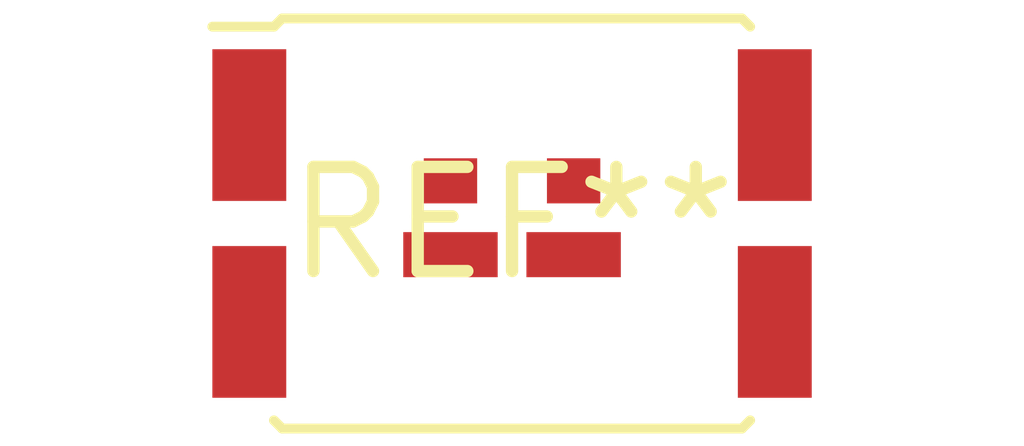
<source format=kicad_pcb>
(kicad_pcb (version 20240108) (generator pcbnew)
  (layers (0 "F.Cu" signal) (31 "B.Cu" signal) (34 "B.Paste" user) (35 "F.Paste" user) (36 "B.SilkS" user "B.Silkscreen") (37 "F.SilkS" user "F.Silkscreen") (38 "B.Mask" user) (39 "F.Mask" user) (44 "Edge.Cuts" user))
  (net 0 "")
  (footprint "DirectFET_MA" (layer "F.Cu") (at 0 0)
    (property "Reference" "REF**")
    (property "Value" "DirectFET_MA")
    (fp_line (start -3.65 -2.4) (end -2.9 -2.4) (layer "F.SilkS") (stroke (width 0.12)))
    (fp_line (start -2.9 -2.4) (end -2.8 -2.5) (layer "F.SilkS") (stroke (width 0.12)))
    (fp_line (start -2.8 -2.5) (end 2.8 -2.5) (layer "F.SilkS") (stroke (width 0.12)))
    (fp_line (start -2.8 2.5) (end -2.9 2.4) (layer "F.SilkS") (stroke (width 0.12)))
    (fp_line (start 2.8 -2.5) (end 2.9 -2.4) (layer "F.SilkS") (stroke (width 0.12)))
    (fp_line (start 2.8 2.5) (end -2.8 2.5) (layer "F.SilkS") (stroke (width 0.12)))
    (fp_line (start 2.9 2.4) (end 2.8 2.5) (layer "F.SilkS") (stroke (width 0.12)))
    (pad "1" smd rect (at -3.2 -1.2) (size 0.9 1.85) (layers "F.Cu" "F.Paste" "F.Mask"))
    (pad "1" smd rect (at -3.2 1.2) (size 0.9 1.85) (layers "F.Cu" "F.Paste" "F.Mask"))
    (pad "1" smd rect (at 3.2 -1.2) (size 0.9 1.85) (layers "F.Cu" "F.Paste" "F.Mask"))
    (pad "1" smd rect (at 3.2 1.2) (size 0.9 1.85) (layers "F.Cu" "F.Paste" "F.Mask"))
    (pad "2" smd rect (at -0.75 -0.52) (size 0.65 0.55) (layers "F.Cu" "F.Paste" "F.Mask"))
    (pad "2" smd rect (at 0.75 -0.52) (size 0.65 0.55) (layers "F.Cu" "F.Paste" "F.Mask"))
    (pad "3" smd rect (at -0.75 0.38) (size 1.15 0.55) (layers "F.Cu" "F.Paste" "F.Mask"))
    (pad "3" smd rect (at 0.75 0.38) (size 1.15 0.55) (layers "F.Cu" "F.Paste" "F.Mask"))
  )
)
</source>
